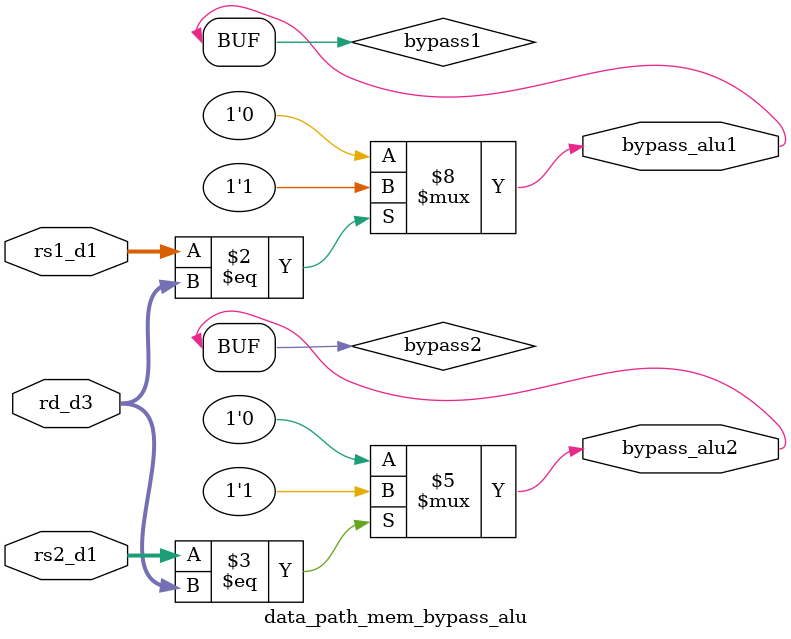
<source format=v>
module data_path_mem_bypass_alu(bypass_alu1,bypass_alu2,rs1_d1,rs2_d1,rd_d3);
output bypass_alu1,bypass_alu2;
input [4:0] rs1_d1,rs2_d1,rd_d3;

reg bypass1,bypass2;

always@(*)
begin
if(rs1_d1 == rd_d3) bypass1<=1;
else bypass1 = 0;

if(rs2_d1 == rd_d3) bypass2 <= 1;
else bypass2 = 0;

end
assign bypass_alu1 = bypass1;
assign bypass_alu2 = bypass2;
endmodule


</source>
